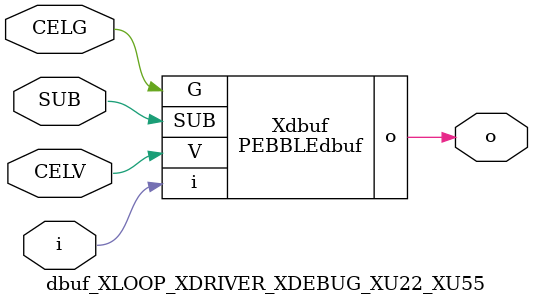
<source format=v>



module PEBBLEdbuf ( o, G, SUB, V, i );

  input V;
  input i;
  input G;
  output o;
  input SUB;
endmodule

//Celera Confidential Do Not Copy dbuf_XLOOP_XDRIVER_XDEBUG_XU22_XU55
//Celera Confidential Symbol Generator
//Digital Buffer
module dbuf_XLOOP_XDRIVER_XDEBUG_XU22_XU55 (CELV,CELG,i,o,SUB);
input CELV;
input CELG;
input i;
input SUB;
output o;

//Celera Confidential Do Not Copy dbuf
PEBBLEdbuf Xdbuf(
.V (CELV),
.i (i),
.o (o),
.SUB (SUB),
.G (CELG)
);
//,diesize,PEBBLEdbuf

//Celera Confidential Do Not Copy Module End
//Celera Schematic Generator
endmodule

</source>
